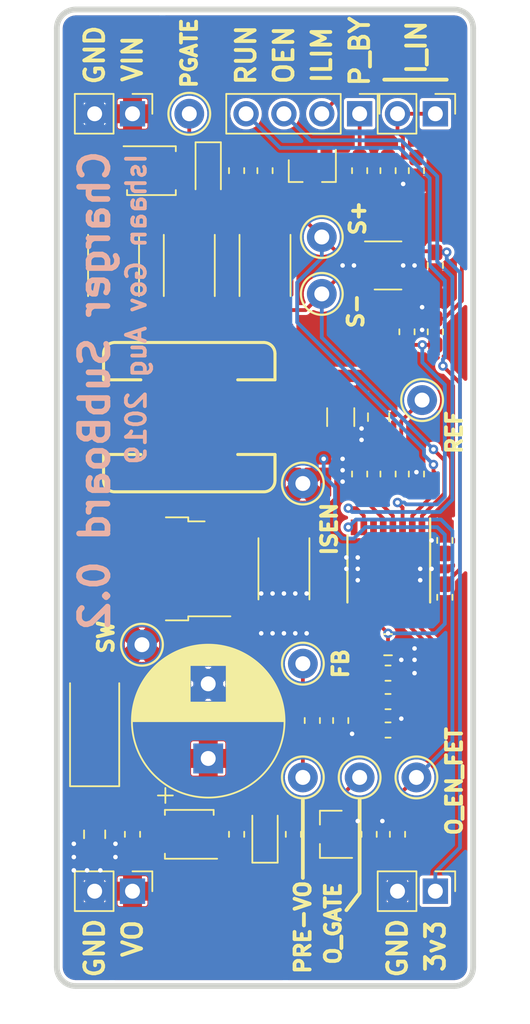
<source format=kicad_pcb>
(kicad_pcb (version 20171130) (host pcbnew "(5.1.2)-2")
  (layers (0 F.Cu signal) (31 B.Cu signal) (34 B.Paste user) (35 F.Paste user) (36 B.SilkS user) (37 F.SilkS user) (38 B.Mask user) (39 F.Mask user) (44 Edge.Cuts user))
  (net 0 "")
  (net 1 GND)
  (net 2 +3V3)
  (net 3 "Net-(C6-Pad1)")
  (net 4 "Net-(C10-Pad1)")
  (net 5 "Net-(D1-Pad2)")
  (net 6 "Net-(D3-Pad2)")
  (net 7 "Net-(NT1-Pad2)")
  (net 8 "Net-(NT1-Pad1)")
  (net 9 "Net-(Q1-Pad3)")
  (net 10 "Net-(Q3-Pad1)")
  (net 11 "Net-(Q4-Pad3)")
  (net 12 "Net-(Q4-Pad1)")
  (net 13 "Net-(R1-Pad1)")
  (net 14 "Net-(R4-Pad2)")
  (net 15 "Net-(R7-Pad1)")
  (net 16 "Net-(R10-Pad2)")
  (net 17 "Net-(R10-Pad1)")
  (net 18 "Net-(R13-Pad2)")
  (net 19 "Net-(R15-Pad1)")
  (net 20 "Net-(R16-Pad2)")
  (net 21 "Net-(R20-Pad1)")
  (net 22 /VIN)
  (net 23 /PRE_VOUT)
  (net 24 /PRE_VIN)
  (net 25 /SW)
  (net 26 /VOUT)
  (net 27 /PRE_SH)
  (net 28 "Net-(C11-Pad1)")
  (net 29 /I_IN)
  (net 30 /RUN)
  (net 31 /OUT_EN)
  (net 32 /ILIM)
  (net 33 /PRE)
  (module Resistor_SMD:R_0603_1608Metric_Pad1.05x0.95mm_HandSolder (layer F.Cu) (at 163.83 70.485 90)
    (fp_text reference R21 hide)
    (fp_text value 10K hide)
    (pad 2 smd roundrect (at 0.875 0 90) (size 1.05 0.95) (layers F.Cu F.Paste F.Mask) (net 32 /ILIM))
    (pad 1 smd roundrect (at -0.875 0 90) (size 1.05 0.95) (layers F.Cu F.Paste F.Mask) (net 28 "Net-(C11-Pad1)"))
  )
  (module Capacitor_SMD:C_0603_1608Metric_Pad1.05x0.95mm_HandSolder (layer F.Cu) (at 161.925 70.485 90)
    (fp_text reference C11 hide)
    (fp_text value 10n hide)
    (pad 2 smd roundrect (at 0.875 0 90) (size 1.05 0.95) (layers F.Cu F.Paste F.Mask) (net 1 GND))
    (pad 1 smd roundrect (at -0.875 0 90) (size 1.05 0.95) (layers F.Cu F.Paste F.Mask) (net 28 "Net-(C11-Pad1)"))
  )
  (module Inductor_SMD:l_Sumida_104CDM (layer F.Cu) (at 147.32 76.2 180)
    (fp_text reference L1 hide)
    (fp_text value 22uH hide)
    (pad 2 smd roundrect (at 5.45 0 180) (size 5.5 4.1) (layers F.Cu F.Paste F.Mask) (roundrect_rratio 0.122) (net 25 /SW))
    (pad 1 smd roundrect (at -5.45 0 180) (size 5.5 4.1) (layers F.Cu F.Paste F.Mask) (roundrect_rratio 0.122) (net 22 /VIN))
  )
  (module Capacitor_THT:CP_Radial_D10.0mm_P5.00mm (layer F.Cu) (at 148.59 99.06 90)
    (fp_text reference C7 hide)
    (fp_text value 47u hide)
    (pad 2 thru_hole circle (at 5 0 90) (size 2 2) (drill 1) (layers *.Cu *.Mask) (net 1 GND))
    (pad 1 thru_hole rect (at 0 0 90) (size 2 2) (drill 1) (layers *.Cu *.Mask) (net 23 /PRE_VOUT))
  )
  (module Package_SO:TSSOP-16-1EP_4.4x5mm_P0.65mm (layer F.Cu) (at 160.655 86.36 270)
    (fp_text reference U2 hide)
    (fp_text value LTC3783 hide)
    (pad 17 smd rect (at -0.735 -1.3425 270) (size 1.47 0.895) (layers F.Cu F.Paste F.Mask) (net 1 GND))
    (pad 17 smd rect (at -0.735 -0.4475 270) (size 1.47 0.895) (layers F.Cu F.Paste F.Mask) (net 1 GND))
    (pad 17 smd rect (at -0.735 0.4475 270) (size 1.47 0.895) (layers F.Cu F.Paste F.Mask) (net 1 GND))
    (pad 17 smd rect (at -0.735 1.3425 270) (size 1.47 0.895) (layers F.Cu F.Paste F.Mask) (net 1 GND))
    (pad 17 smd rect (at 0.735 -1.3425 270) (size 1.47 0.895) (layers F.Cu F.Paste F.Mask) (net 1 GND))
    (pad 17 smd rect (at 0.735 -0.4475 270) (size 1.47 0.895) (layers F.Cu F.Paste F.Mask) (net 1 GND))
    (pad 17 smd rect (at 0.735 0.4475 270) (size 1.47 0.895) (layers F.Cu F.Paste F.Mask) (net 1 GND))
    (pad 17 smd rect (at 0.735 1.3425 270) (size 1.47 0.895) (layers F.Cu F.Paste F.Mask) (net 1 GND))
    (pad 16 smd rect (at 2.775 -2.275 270) (size 1.05 0.45) (layers F.Cu F.Paste F.Mask) (net 30 /RUN))
    (pad 15 smd rect (at 2.775 -1.625 270) (size 1.05 0.45) (layers F.Cu F.Paste F.Mask) (net 21 "Net-(R20-Pad1)"))
    (pad 14 smd rect (at 2.775 -0.975 270) (size 1.05 0.45) (layers F.Cu F.Paste F.Mask) (net 18 "Net-(R13-Pad2)"))
    (pad 13 smd rect (at 2.775 -0.325 270) (size 1.05 0.45) (layers F.Cu F.Paste F.Mask))
    (pad 12 smd rect (at 2.775 0.325 270) (size 1.05 0.45) (layers F.Cu F.Paste F.Mask) (net 8 "Net-(NT1-Pad1)"))
    (pad 11 smd rect (at 2.775 0.975 270) (size 1.05 0.45) (layers F.Cu F.Paste F.Mask) (net 22 /VIN))
    (pad 10 smd rect (at 2.775 1.625 270) (size 1.05 0.45) (layers F.Cu F.Paste F.Mask) (net 3 "Net-(C6-Pad1)"))
    (pad 9 smd rect (at 2.775 2.275 270) (size 1.05 0.45) (layers F.Cu F.Paste F.Mask) (net 10 "Net-(Q3-Pad1)"))
    (pad 8 smd rect (at -2.775 2.275 270) (size 1.05 0.45) (layers F.Cu F.Paste F.Mask) (net 20 "Net-(R16-Pad2)"))
    (pad 7 smd rect (at -2.775 1.625 270) (size 1.05 0.45) (layers F.Cu F.Paste F.Mask) (net 31 /OUT_EN))
    (pad 6 smd rect (at -2.775 0.975 270) (size 1.05 0.45) (layers F.Cu F.Paste F.Mask))
    (pad 5 smd rect (at -2.775 0.325 270) (size 1.05 0.45) (layers F.Cu F.Paste F.Mask) (net 17 "Net-(R10-Pad1)"))
    (pad 4 smd rect (at -2.775 -0.325 270) (size 1.05 0.45) (layers F.Cu F.Paste F.Mask) (net 19 "Net-(R15-Pad1)"))
    (pad 3 smd rect (at -2.775 -0.975 270) (size 1.05 0.45) (layers F.Cu F.Paste F.Mask) (net 28 "Net-(C11-Pad1)"))
    (pad 2 smd rect (at -2.775 -1.625 270) (size 1.05 0.45) (layers F.Cu F.Paste F.Mask) (net 27 /PRE_SH))
    (pad 1 smd rect (at -2.775 -2.275 270) (size 1.05 0.45) (layers F.Cu F.Paste F.Mask) (net 22 /VIN))
  )
  (module Package_TO_SOT_SMD:SOT-23-5_HandSoldering (layer F.Cu) (at 160.655 66.04)
    (fp_text reference U1 hide)
    (fp_text value INA180B hide)
    (pad 5 smd rect (at 1.35 -0.95) (size 1.56 0.65) (layers F.Cu F.Paste F.Mask) (net 2 +3V3))
    (pad 4 smd rect (at 1.35 0.95) (size 1.56 0.65) (layers F.Cu F.Paste F.Mask) (net 13 "Net-(R1-Pad1)"))
    (pad 3 smd rect (at -1.35 0.95) (size 1.56 0.65) (layers F.Cu F.Paste F.Mask) (net 22 /VIN))
    (pad 2 smd rect (at -1.35 0) (size 1.56 0.65) (layers F.Cu F.Paste F.Mask) (net 1 GND))
    (pad 1 smd rect (at -1.35 -0.95) (size 1.56 0.65) (layers F.Cu F.Paste F.Mask) (net 27 /PRE_SH))
  )
  (module TestPoint:TestPoint_Keystone_5000-5004_Miniature (layer F.Cu) (at 158.75 100.33)
    (fp_text reference TP10 hide)
    (fp_text value TestPoint_Probe hide)
    (pad 1 thru_hole circle (at 0 0) (size 2 2) (drill 1) (layers *.Cu *.Mask) (net 6 "Net-(D3-Pad2)"))
  )
  (module TestPoint:TestPoint_Keystone_5000-5004_Miniature (layer F.Cu) (at 162.941 75.057)
    (fp_text reference TP9 hide)
    (fp_text value TestPoint_Probe hide)
    (pad 1 thru_hole circle (at 0 0) (size 2 2) (drill 1) (layers *.Cu *.Mask) (net 19 "Net-(R15-Pad1)"))
  )
  (module TestPoint:TestPoint_Keystone_5000-5004_Miniature (layer F.Cu) (at 154.94 100.33)
    (fp_text reference TP8 hide)
    (fp_text value TestPoint_Probe hide)
    (pad 1 thru_hole circle (at 0 0) (size 2 2) (drill 1) (layers *.Cu *.Mask) (net 23 /PRE_VOUT))
  )
  (module TestPoint:TestPoint_Keystone_5000-5004_Miniature (layer F.Cu) (at 162.56 100.33)
    (fp_text reference TP7 hide)
    (fp_text value TestPoint_Probe hide)
    (pad 1 thru_hole circle (at 0 0) (size 2 2) (drill 1) (layers *.Cu *.Mask) (net 20 "Net-(R16-Pad2)"))
  )
  (module TestPoint:TestPoint_Keystone_5000-5004_Miniature (layer F.Cu) (at 154.94 92.71)
    (fp_text reference TP6 hide)
    (fp_text value TestPoint_Probe hide)
    (pad 1 thru_hole circle (at 0 0) (size 2 2) (drill 1) (layers *.Cu *.Mask) (net 18 "Net-(R13-Pad2)"))
  )
  (module TestPoint:TestPoint_Keystone_5000-5004_Miniature (layer F.Cu) (at 154.94 80.645)
    (fp_text reference TP5 hide)
    (fp_text value TestPoint_Probe hide)
    (pad 1 thru_hole circle (at 0 0) (size 2 2) (drill 1) (layers *.Cu *.Mask) (net 7 "Net-(NT1-Pad2)"))
  )
  (module TestPoint:TestPoint_Keystone_5000-5004_Miniature (layer F.Cu) (at 144.145 91.44)
    (fp_text reference TP4 hide)
    (fp_text value TestPoint_Probe hide)
    (pad 1 thru_hole circle (at 0 0) (size 2 2) (drill 1) (layers *.Cu *.Mask) (net 25 /SW))
  )
  (module TestPoint:TestPoint_Keystone_5000-5004_Miniature (layer F.Cu) (at 156.21 67.945)
    (fp_text reference TP3 hide)
    (fp_text value TestPoint_Probe hide)
    (pad 1 thru_hole circle (at 0 0) (size 2 2) (drill 1) (layers *.Cu *.Mask) (net 22 /VIN))
  )
  (module TestPoint:TestPoint_Keystone_5000-5004_Miniature (layer F.Cu) (at 156.21 64.135)
    (fp_text reference TP2 hide)
    (fp_text value TestPoint_Probe hide)
    (pad 1 thru_hole circle (at 0 0) (size 2 2) (drill 1) (layers *.Cu *.Mask) (net 27 /PRE_SH))
  )
  (module TestPoint:TestPoint_Keystone_5000-5004_Miniature (layer F.Cu) (at 147.32 55.88)
    (fp_text reference TP1 hide)
    (fp_text value TestPoint_Probe hide)
    (pad 1 thru_hole circle (at 0 0) (size 2 2) (drill 1) (layers *.Cu *.Mask) (net 5 "Net-(D1-Pad2)"))
  )
  (module Resistor_SMD:R_0603_1608Metric_Pad1.05x0.95mm_HandSolder (layer F.Cu) (at 160.655 95.25 180)
    (fp_text reference R20 hide)
    (fp_text value 1K hide)
    (pad 2 smd roundrect (at 0.875 0 180) (size 1.05 0.95) (layers F.Cu F.Paste F.Mask) (net 4 "Net-(C10-Pad1)"))
    (pad 1 smd roundrect (at -0.875 0 180) (size 1.05 0.95) (layers F.Cu F.Paste F.Mask) (net 21 "Net-(R20-Pad1)"))
  )
  (module Resistor_SMD:R_0603_1608Metric_Pad1.05x0.95mm_HandSolder (layer F.Cu) (at 150.495 104.14 90)
    (fp_text reference R19 hide)
    (fp_text value 240K hide)
    (pad 2 smd roundrect (at 0.875 0 90) (size 1.05 0.95) (layers F.Cu F.Paste F.Mask) (net 6 "Net-(D3-Pad2)"))
    (pad 1 smd roundrect (at -0.875 0 90) (size 1.05 0.95) (layers F.Cu F.Paste F.Mask) (net 26 /VOUT))
  )
  (module Resistor_SMD:R_0603_1608Metric_Pad1.05x0.95mm_HandSolder (layer F.Cu) (at 154.305 104.14 270)
    (fp_text reference R18 hide)
    (fp_text value 1K hide)
    (pad 2 smd roundrect (at 0.875 0 270) (size 1.05 0.95) (layers F.Cu F.Paste F.Mask) (net 11 "Net-(Q4-Pad3)"))
    (pad 1 smd roundrect (at -0.875 0 270) (size 1.05 0.95) (layers F.Cu F.Paste F.Mask) (net 6 "Net-(D3-Pad2)"))
  )
  (module Resistor_SMD:R_0603_1608Metric_Pad1.05x0.95mm_HandSolder (layer F.Cu) (at 159.385 104.14 270)
    (fp_text reference R17 hide)
    (fp_text value 33K hide)
    (pad 2 smd roundrect (at 0.875 0 270) (size 1.05 0.95) (layers F.Cu F.Paste F.Mask) (net 12 "Net-(Q4-Pad1)"))
    (pad 1 smd roundrect (at -0.875 0 270) (size 1.05 0.95) (layers F.Cu F.Paste F.Mask) (net 1 GND))
  )
  (module Resistor_SMD:R_0603_1608Metric_Pad1.05x0.95mm_HandSolder (layer F.Cu) (at 161.29 104.14 90)
    (fp_text reference R16 hide)
    (fp_text value 33K hide)
    (pad 2 smd roundrect (at 0.875 0 90) (size 1.05 0.95) (layers F.Cu F.Paste F.Mask) (net 20 "Net-(R16-Pad2)"))
    (pad 1 smd roundrect (at -0.875 0 90) (size 1.05 0.95) (layers F.Cu F.Paste F.Mask) (net 12 "Net-(Q4-Pad1)"))
  )
  (module Resistor_SMD:R_0603_1608Metric_Pad1.05x0.95mm_HandSolder (layer F.Cu) (at 164.465 84.455 90)
    (fp_text reference R15 hide)
    (fp_text value 10K hide)
    (pad 2 smd roundrect (at 0.875 0 90) (size 1.05 0.95) (layers F.Cu F.Paste F.Mask) (net 1 GND))
    (pad 1 smd roundrect (at -0.875 0 90) (size 1.05 0.95) (layers F.Cu F.Paste F.Mask) (net 19 "Net-(R15-Pad1)"))
  )
  (module Resistor_SMD:R_0603_1608Metric_Pad1.05x0.95mm_HandSolder (layer F.Cu) (at 157.48 96.52 270)
    (fp_text reference R14 hide)
    (fp_text value 10K hide)
    (pad 2 smd roundrect (at 0.875 0 270) (size 1.05 0.95) (layers F.Cu F.Paste F.Mask) (net 1 GND))
    (pad 1 smd roundrect (at -0.875 0 270) (size 1.05 0.95) (layers F.Cu F.Paste F.Mask) (net 18 "Net-(R13-Pad2)"))
  )
  (module Resistor_SMD:R_0603_1608Metric_Pad1.05x0.95mm_HandSolder (layer F.Cu) (at 155.575 96.52 90)
    (fp_text reference R13 hide)
    (fp_text value 33K hide)
    (pad 2 smd roundrect (at 0.875 0 90) (size 1.05 0.95) (layers F.Cu F.Paste F.Mask) (net 18 "Net-(R13-Pad2)"))
    (pad 1 smd roundrect (at -0.875 0 90) (size 1.05 0.95) (layers F.Cu F.Paste F.Mask) (net 23 /PRE_VOUT))
  )
  (module Resistor_SMD:R_2512_6332Metric_Pad1.52x3.35mm_HandSolder (layer F.Cu) (at 153.67 86.36 90)
    (fp_text reference R12 hide)
    (fp_text value "20mR 3/4W" hide)
    (pad 2 smd roundrect (at 2.9875 0 90) (size 1.525 3.35) (layers F.Cu F.Paste F.Mask) (roundrect_rratio 0.163934) (net 7 "Net-(NT1-Pad2)"))
    (pad 1 smd roundrect (at -2.9875 0 90) (size 1.525 3.35) (layers F.Cu F.Paste F.Mask) (roundrect_rratio 0.163934) (net 1 GND))
  )
  (module Resistor_SMD:R_0603_1608Metric_Pad1.05x0.95mm_HandSolder (layer F.Cu) (at 164.465 88.265 270)
    (fp_text reference R11 hide)
    (fp_text value 10K hide)
    (pad 2 smd roundrect (at 0.875 0 270) (size 1.05 0.95) (layers F.Cu F.Paste F.Mask) (net 1 GND))
    (pad 1 smd roundrect (at -0.875 0 270) (size 1.05 0.95) (layers F.Cu F.Paste F.Mask) (net 30 /RUN))
  )
  (module Resistor_SMD:R_0603_1608Metric_Pad1.05x0.95mm_HandSolder (layer F.Cu) (at 158.75 80.01 90)
    (fp_text reference R10 hide)
    (fp_text value 10K hide)
    (pad 2 smd roundrect (at 0.875 0 90) (size 1.05 0.95) (layers F.Cu F.Paste F.Mask) (net 16 "Net-(R10-Pad2)"))
    (pad 1 smd roundrect (at -0.875 0 90) (size 1.05 0.95) (layers F.Cu F.Paste F.Mask) (net 17 "Net-(R10-Pad1)"))
  )
  (module Resistor_SMD:R_2512_6332Metric_Pad1.52x3.35mm_HandSolder (layer F.Cu) (at 152.4 66.04 90)
    (fp_text reference R9 hide)
    (fp_text value "20mR 3/4W" hide)
    (pad 2 smd roundrect (at 2.9875 0 90) (size 1.525 3.35) (layers F.Cu F.Paste F.Mask) (roundrect_rratio 0.163934) (net 27 /PRE_SH))
    (pad 1 smd roundrect (at -2.9875 0 90) (size 1.525 3.35) (layers F.Cu F.Paste F.Mask) (roundrect_rratio 0.163934) (net 22 /VIN))
  )
  (module Resistor_SMD:R_0603_1608Metric_Pad1.05x0.95mm_HandSolder (layer F.Cu) (at 160.655 80.01 90)
    (fp_text reference R8 hide)
    (fp_text value 1K hide)
    (pad 2 smd roundrect (at 0.875 0 90) (size 1.05 0.95) (layers F.Cu F.Paste F.Mask) (net 16 "Net-(R10-Pad2)"))
    (pad 1 smd roundrect (at -0.875 0 90) (size 1.05 0.95) (layers F.Cu F.Paste F.Mask) (net 15 "Net-(R7-Pad1)"))
  )
  (module Resistor_SMD:R_0603_1608Metric_Pad1.05x0.95mm_HandSolder (layer F.Cu) (at 162.56 80.01 90)
    (fp_text reference R7 hide)
    (fp_text value 390 hide)
    (pad 2 smd roundrect (at 0.875 0 90) (size 1.05 0.95) (layers F.Cu F.Paste F.Mask) (net 1 GND))
    (pad 1 smd roundrect (at -0.875 0 90) (size 1.05 0.95) (layers F.Cu F.Paste F.Mask) (net 15 "Net-(R7-Pad1)"))
  )
  (module Resistor_SMD:R_2512_6332Metric_Pad1.52x3.35mm_HandSolder (layer F.Cu) (at 147.32 66.04 90)
    (fp_text reference R6 hide)
    (fp_text value "200R 1W" hide)
    (pad 2 smd roundrect (at 2.9875 0 90) (size 1.525 3.35) (layers F.Cu F.Paste F.Mask) (roundrect_rratio 0.163934) (net 27 /PRE_SH))
    (pad 1 smd roundrect (at -2.9875 0 90) (size 1.525 3.35) (layers F.Cu F.Paste F.Mask) (roundrect_rratio 0.163934) (net 14 "Net-(R4-Pad2)"))
  )
  (module Resistor_SMD:R_0603_1608Metric_Pad1.05x0.95mm_HandSolder (layer F.Cu) (at 152.4 59.69 90)
    (fp_text reference R5 hide)
    (fp_text value 1K hide)
    (pad 2 smd roundrect (at 0.875 0 90) (size 1.05 0.95) (layers F.Cu F.Paste F.Mask) (net 9 "Net-(Q1-Pad3)"))
    (pad 1 smd roundrect (at -0.875 0 90) (size 1.05 0.95) (layers F.Cu F.Paste F.Mask) (net 5 "Net-(D1-Pad2)"))
  )
  (module Resistor_SMD:R_2512_6332Metric_Pad1.52x3.35mm_HandSolder (layer F.Cu) (at 142.24 66.04 270)
    (fp_text reference R4 hide)
    (fp_text value "200R 1W" hide)
    (pad 2 smd roundrect (at 2.9875 0 270) (size 1.525 3.35) (layers F.Cu F.Paste F.Mask) (roundrect_rratio 0.163934) (net 14 "Net-(R4-Pad2)"))
    (pad 1 smd roundrect (at -2.9875 0 270) (size 1.525 3.35) (layers F.Cu F.Paste F.Mask) (roundrect_rratio 0.163934) (net 24 /PRE_VIN))
  )
  (module Resistor_SMD:R_0603_1608Metric_Pad1.05x0.95mm_HandSolder (layer F.Cu) (at 158.75 59.69 270)
    (fp_text reference R3 hide)
    (fp_text value 10K hide)
    (pad 2 smd roundrect (at 0.875 0 270) (size 1.05 0.95) (layers F.Cu F.Paste F.Mask) (net 1 GND))
    (pad 1 smd roundrect (at -0.875 0 270) (size 1.05 0.95) (layers F.Cu F.Paste F.Mask) (net 33 /PRE))
  )
  (module Resistor_SMD:R_0603_1608Metric_Pad1.05x0.95mm_HandSolder (layer F.Cu) (at 150.495 59.69 90)
    (fp_text reference R2 hide)
    (fp_text value 240K hide)
    (pad 2 smd roundrect (at 0.875 0 90) (size 1.05 0.95) (layers F.Cu F.Paste F.Mask) (net 24 /PRE_VIN))
    (pad 1 smd roundrect (at -0.875 0 90) (size 1.05 0.95) (layers F.Cu F.Paste F.Mask) (net 5 "Net-(D1-Pad2)"))
  )
  (module Resistor_SMD:R_0603_1608Metric_Pad1.05x0.95mm_HandSolder (layer F.Cu) (at 160.655 59.69 90)
    (fp_text reference R1 hide)
    (fp_text value 1K hide)
    (pad 2 smd roundrect (at 0.875 0 90) (size 1.05 0.95) (layers F.Cu F.Paste F.Mask) (net 29 /I_IN))
    (pad 1 smd roundrect (at -0.875 0 90) (size 1.05 0.95) (layers F.Cu F.Paste F.Mask) (net 13 "Net-(R1-Pad1)"))
  )
  (module Package_SO:Vishay_PowerPAK_1212-8_Single (layer F.Cu) (at 147.32 104.14 180)
    (fp_text reference Q5 hide)
    (fp_text value SQJ479EP hide)
    (pad 5 smd custom (at 0.5575 0 180) (size 1.725 2.235) (layers F.Cu F.Paste F.Mask) (net 23 /PRE_VOUT) (options (clearance outline) (anchor rect)) (primitives (gr_poly (pts (xy 0.8625 0.1275) (xy 0.8625 -0.1275) (xy 1.3725 -0.1275) (xy 1.3725 -0.5325) (xy 0.8625 -0.5325) (xy 0.8625 -0.7875) (xy 1.3725 -0.7875) (xy 1.3725 -1.195) (xy 0.6125 -1.195) (xy 0.6125 1.195) (xy 1.3725 1.195) (xy 1.3725 0.7875) (xy 0.8625 0.7875) (xy 0.8625 0.5325) (xy 1.3725 0.5325) (xy 1.3725 0.1275)) (width 0))))
    (pad 4 smd rect (at -1.435 0.99 180) (size 0.99 0.405) (layers F.Cu F.Paste F.Mask) (net 6 "Net-(D3-Pad2)"))
    (pad 3 smd rect (at -1.435 0.33 180) (size 0.99 0.405) (layers F.Cu F.Paste F.Mask) (net 26 /VOUT))
    (pad 2 smd rect (at -1.435 -0.33 180) (size 0.99 0.405) (layers F.Cu F.Paste F.Mask) (net 26 /VOUT))
    (pad 1 smd rect (at -1.435 -0.99 180) (size 0.99 0.405) (layers F.Cu F.Paste F.Mask) (net 26 /VOUT))
  )
  (module Package_TO_SOT_SMD:SOT-23 (layer F.Cu) (at 156.845 104.14 180)
    (fp_text reference Q4 hide)
    (fp_text value RUC002N05HZGT116 hide)
    (pad 3 smd rect (at 1 0 180) (size 0.9 0.8) (layers F.Cu F.Paste F.Mask) (net 11 "Net-(Q4-Pad3)"))
    (pad 2 smd rect (at -1 0.95 180) (size 0.9 0.8) (layers F.Cu F.Paste F.Mask) (net 1 GND))
    (pad 1 smd rect (at -1 -0.95 180) (size 0.9 0.8) (layers F.Cu F.Paste F.Mask) (net 12 "Net-(Q4-Pad1)"))
  )
  (module Package_TO_SOT_SMD:TO-252-2 (layer F.Cu) (at 144.78 86.36 180)
    (fp_text reference Q3 hide)
    (fp_text value TK7S10N1Z hide)
    (pad 2 smd rect (at 2.1 0 180) (size 6.4 5.8) (layers F.Cu F.Mask) (net 25 /SW))
    (pad 3 smd rect (at -4.2 2.28 180) (size 2.2 1.2) (layers F.Cu F.Paste F.Mask) (net 7 "Net-(NT1-Pad2)"))
    (pad 1 smd rect (at -4.2 -2.28 180) (size 2.2 1.2) (layers F.Cu F.Paste F.Mask) (net 10 "Net-(Q3-Pad1)"))
  )
  (module Package_SO:Vishay_PowerPAK_1212-8_Single (layer F.Cu) (at 144.78 59.69)
    (fp_text reference Q2 hide)
    (fp_text value SQJ479EP hide)
    (pad 5 smd custom (at 0.5575 0) (size 1.725 2.235) (layers F.Cu F.Paste F.Mask) (net 27 /PRE_SH) (options (clearance outline) (anchor rect)) (primitives (gr_poly (pts (xy 0.8625 0.1275) (xy 0.8625 -0.1275) (xy 1.3725 -0.1275) (xy 1.3725 -0.5325) (xy 0.8625 -0.5325) (xy 0.8625 -0.7875) (xy 1.3725 -0.7875) (xy 1.3725 -1.195) (xy 0.6125 -1.195) (xy 0.6125 1.195) (xy 1.3725 1.195) (xy 1.3725 0.7875) (xy 0.8625 0.7875) (xy 0.8625 0.5325) (xy 1.3725 0.5325) (xy 1.3725 0.1275)) (width 0))))
    (pad 4 smd rect (at -1.435 0.99) (size 0.99 0.405) (layers F.Cu F.Paste F.Mask) (net 5 "Net-(D1-Pad2)"))
    (pad 3 smd rect (at -1.435 0.33) (size 0.99 0.405) (layers F.Cu F.Paste F.Mask) (net 24 /PRE_VIN))
    (pad 2 smd rect (at -1.435 -0.33) (size 0.99 0.405) (layers F.Cu F.Paste F.Mask) (net 24 /PRE_VIN))
    (pad 1 smd rect (at -1.435 -0.99) (size 0.99 0.405) (layers F.Cu F.Paste F.Mask) (net 24 /PRE_VIN))
  )
  (module Package_TO_SOT_SMD:SOT-23 (layer F.Cu) (at 155.575 59.69 270)
    (fp_text reference Q1 hide)
    (fp_text value RUC002N05HZGT116 hide)
    (pad 3 smd rect (at 1 0 270) (size 0.9 0.8) (layers F.Cu F.Paste F.Mask) (net 9 "Net-(Q1-Pad3)"))
    (pad 2 smd rect (at -1 0.95 270) (size 0.9 0.8) (layers F.Cu F.Paste F.Mask) (net 1 GND))
    (pad 1 smd rect (at -1 -0.95 270) (size 0.9 0.8) (layers F.Cu F.Paste F.Mask) (net 33 /PRE))
  )
  (module NetTie:NetTie-2_SMD_Pad0.5mm (layer F.Cu) (at 156.083 84.328 90)
    (fp_text reference NT1 hide)
    (fp_text value Net-Tie_2 hide)
    (fp_poly (pts (xy -0.5 -0.25) (xy 0.5 -0.25) (xy 0.5 0.25) (xy -0.5 0.25)) (layer F.Cu) (width 0))
    (pad 2 smd circle (at 0.5 0 90) (size 0.5 0.5) (layers F.Cu) (net 7 "Net-(NT1-Pad2)"))
    (pad 1 smd circle (at -0.5 0 90) (size 0.5 0.5) (layers F.Cu) (net 8 "Net-(NT1-Pad1)"))
  )
  (module Connector_PinHeader_2.54mm:PinHeader_1x02_P2.54mm_Vertical (layer F.Cu) (at 163.83 107.95 270)
    (fp_text reference J5 hide)
    (fp_text value Conn_01x02 hide)
    (pad 2 thru_hole oval (at 0 2.54 270) (size 1.7 1.7) (drill 1) (layers *.Cu *.Mask) (net 1 GND))
    (pad 1 thru_hole rect (at 0 0 270) (size 1.7 1.7) (drill 1) (layers *.Cu *.Mask) (net 2 +3V3))
  )
  (module Connector_PinHeader_2.54mm:PinHeader_1x02_P2.54mm_Vertical (layer F.Cu) (at 143.51 107.95 270)
    (fp_text reference J4 hide)
    (fp_text value Conn_01x02 hide)
    (pad 2 thru_hole oval (at 0 2.54 270) (size 1.7 1.7) (drill 1) (layers *.Cu *.Mask) (net 1 GND))
    (pad 1 thru_hole rect (at 0 0 270) (size 1.7 1.7) (drill 1) (layers *.Cu *.Mask) (net 26 /VOUT))
  )
  (module Connector_PinHeader_2.54mm:PinHeader_1x04_P2.54mm_Vertical (layer F.Cu) (at 158.75 55.88 270)
    (fp_text reference J3 hide)
    (fp_text value Conn_01x04 hide)
    (pad 4 thru_hole oval (at 0 7.62 270) (size 1.7 1.7) (drill 1) (layers *.Cu *.Mask) (net 30 /RUN))
    (pad 3 thru_hole oval (at 0 5.08 270) (size 1.7 1.7) (drill 1) (layers *.Cu *.Mask) (net 31 /OUT_EN))
    (pad 2 thru_hole oval (at 0 2.54 270) (size 1.7 1.7) (drill 1) (layers *.Cu *.Mask) (net 32 /ILIM))
    (pad 1 thru_hole rect (at 0 0 270) (size 1.7 1.7) (drill 1) (layers *.Cu *.Mask) (net 33 /PRE))
  )
  (module Connector_PinHeader_2.54mm:PinHeader_1x02_P2.54mm_Vertical (layer F.Cu) (at 143.51 55.88 270)
    (fp_text reference J2 hide)
    (fp_text value Conn_01x02 hide)
    (pad 2 thru_hole oval (at 0 2.54 270) (size 1.7 1.7) (drill 1) (layers *.Cu *.Mask) (net 1 GND))
    (pad 1 thru_hole rect (at 0 0 270) (size 1.7 1.7) (drill 1) (layers *.Cu *.Mask) (net 24 /PRE_VIN))
  )
  (module Connector_PinHeader_2.54mm:PinHeader_1x02_P2.54mm_Vertical (layer F.Cu) (at 163.83 55.88 270)
    (fp_text reference J1 hide)
    (fp_text value Conn_01x02 hide)
    (pad 2 thru_hole oval (at 0 2.54 270) (size 1.7 1.7) (drill 1) (layers *.Cu *.Mask) (net 29 /I_IN))
    (pad 1 thru_hole rect (at 0 0 270) (size 1.7 1.7) (drill 1) (layers *.Cu *.Mask) (net 29 /I_IN))
  )
  (module Diode_SMD:D_SOD-323_HandSoldering (layer F.Cu) (at 152.4 104.14 90)
    (fp_text reference D3 hide)
    (fp_text value 12V hide)
    (pad 2 smd rect (at 1.25 0 90) (size 1 1) (layers F.Cu F.Paste F.Mask) (net 6 "Net-(D3-Pad2)"))
    (pad 1 smd rect (at -1.25 0 90) (size 1 1) (layers F.Cu F.Paste F.Mask) (net 26 /VOUT))
  )
  (module Diode_SMD:D_SMA_Handsoldering (layer F.Cu) (at 140.97 96.52 90)
    (fp_text reference D2 hide)
    (fp_text value "5A >50V" hide)
    (pad 2 smd rect (at 2.5 0 90) (size 3.5 1.8) (layers F.Cu F.Paste F.Mask) (net 25 /SW))
    (pad 1 smd rect (at -2.5 0 90) (size 3.5 1.8) (layers F.Cu F.Paste F.Mask) (net 23 /PRE_VOUT))
  )
  (module Diode_SMD:D_SOD-323_HandSoldering (layer F.Cu) (at 148.59 59.69 270)
    (fp_text reference D1 hide)
    (fp_text value 12V hide)
    (pad 2 smd rect (at 1.25 0 270) (size 1 1) (layers F.Cu F.Paste F.Mask) (net 5 "Net-(D1-Pad2)"))
    (pad 1 smd rect (at -1.25 0 270) (size 1 1) (layers F.Cu F.Paste F.Mask) (net 24 /PRE_VIN))
  )
  (module Capacitor_SMD:C_0603_1608Metric_Pad1.05x0.95mm_HandSolder (layer F.Cu) (at 160.655 97.155)
    (fp_text reference C10 hide)
    (fp_text value 10n hide)
    (pad 2 smd roundrect (at 0.875 0) (size 1.05 0.95) (layers F.Cu F.Paste F.Mask) (net 1 GND))
    (pad 1 smd roundrect (at -0.875 0) (size 1.05 0.95) (layers F.Cu F.Paste F.Mask) (net 4 "Net-(C10-Pad1)"))
  )
  (module Capacitor_SMD:C_0603_1608Metric_Pad1.05x0.95mm_HandSolder (layer F.Cu) (at 143.51 104.14 270)
    (fp_text reference C9 hide)
    (fp_text value 10n hide)
    (pad 2 smd roundrect (at 0.875 0 270) (size 1.05 0.95) (layers F.Cu F.Paste F.Mask) (net 1 GND))
    (pad 1 smd roundrect (at -0.875 0 270) (size 1.05 0.95) (layers F.Cu F.Paste F.Mask) (net 23 /PRE_VOUT))
  )
  (module Capacitor_SMD:C_0805_2012Metric_Pad1.15x1.40mm_HandSolder (layer F.Cu) (at 140.97 104.14 270)
    (fp_text reference C8 hide)
    (fp_text value 1u hide)
    (pad 2 smd roundrect (at 1.025 0 270) (size 1.15 1.4) (layers F.Cu F.Paste F.Mask) (roundrect_rratio 0.217391) (net 1 GND))
    (pad 1 smd roundrect (at -1.025 0 270) (size 1.15 1.4) (layers F.Cu F.Paste F.Mask) (roundrect_rratio 0.217391) (net 23 /PRE_VOUT))
  )
  (module Capacitor_SMD:C_0805_2012Metric_Pad1.15x1.40mm_HandSolder (layer F.Cu) (at 160.655 91.44)
    (fp_text reference C6 hide)
    (fp_text value 4u7 hide)
    (pad 2 smd roundrect (at 1.025 0) (size 1.15 1.4) (layers F.Cu F.Paste F.Mask) (roundrect_rratio 0.217391) (net 1 GND))
    (pad 1 smd roundrect (at -1.025 0) (size 1.15 1.4) (layers F.Cu F.Paste F.Mask) (roundrect_rratio 0.217391) (net 3 "Net-(C6-Pad1)"))
  )
  (module Capacitor_SMD:C_0805_2012Metric_Pad1.15x1.40mm_HandSolder (layer F.Cu) (at 160.02 76.2 270)
    (fp_text reference C5 hide)
    (fp_text value 1u hide)
    (pad 2 smd roundrect (at 1.025 0 270) (size 1.15 1.4) (layers F.Cu F.Paste F.Mask) (roundrect_rratio 0.217391) (net 1 GND))
    (pad 1 smd roundrect (at -1.025 0 270) (size 1.15 1.4) (layers F.Cu F.Paste F.Mask) (roundrect_rratio 0.217391) (net 22 /VIN))
  )
  (module Capacitor_SMD:C_0603_1608Metric_Pad1.05x0.95mm_HandSolder (layer F.Cu) (at 160.655 93.345)
    (fp_text reference C4 hide)
    (fp_text value 100n hide)
    (pad 2 smd roundrect (at 0.875 0) (size 1.05 0.95) (layers F.Cu F.Paste F.Mask) (net 1 GND))
    (pad 1 smd roundrect (at -0.875 0) (size 1.05 0.95) (layers F.Cu F.Paste F.Mask) (net 22 /VIN))
  )
  (module Capacitor_SMD:C_1206_3216Metric_Pad1.42x1.75mm_HandSolder (layer F.Cu) (at 157.48 76.2 270)
    (fp_text reference C3 hide)
    (fp_text value 10u hide)
    (pad 2 smd roundrect (at 1.4875 0 270) (size 1.425 1.75) (layers F.Cu F.Paste F.Mask) (roundrect_rratio 0.175439) (net 1 GND))
    (pad 1 smd roundrect (at -1.4875 0 270) (size 1.425 1.75) (layers F.Cu F.Paste F.Mask) (roundrect_rratio 0.175439) (net 22 /VIN))
  )
  (module Capacitor_SMD:C_0603_1608Metric_Pad1.05x0.95mm_HandSolder (layer F.Cu) (at 163.83 66.04 270)
    (fp_text reference C2 hide)
    (fp_text value 100n hide)
    (pad 2 smd roundrect (at 0.875 0 270) (size 1.05 0.95) (layers F.Cu F.Paste F.Mask) (net 1 GND))
    (pad 1 smd roundrect (at -0.875 0 270) (size 1.05 0.95) (layers F.Cu F.Paste F.Mask) (net 2 +3V3))
  )
  (module Capacitor_SMD:C_0603_1608Metric_Pad1.05x0.95mm_HandSolder (layer F.Cu) (at 162.56 59.69 270)
    (fp_text reference C1 hide)
    (fp_text value 100n hide)
    (pad 2 smd roundrect (at 0.875 0 270) (size 1.05 0.95) (layers F.Cu F.Paste F.Mask) (net 1 GND))
    (pad 1 smd roundrect (at -0.875 0 270) (size 1.05 0.95) (layers F.Cu F.Paste F.Mask) (net 29 /I_IN))
  )
  (gr_text "Ishaan Gov Aug 2019" (at 143.764 68.961 90) (layer B.SilkS) (effects (font (size 1.27 1.27) (thickness 0.254)) (justify mirror)))
  (gr_text "Charger SubBoard 0.2" (at 140.97 74.422 90) (layer B.SilkS) (effects (font (size 1.905 1.905) (thickness 0.381)) (justify mirror)))
  (gr_text "O_EN_FET\n" (at 165.1 100.584 90) (layer F.SilkS) (effects (font (size 1.016 1.016) (thickness 0.254))))
  (gr_line (start 158.75 108.077) (end 158.75 101.854) (layer F.SilkS) (width 0.254))
  (gr_line (start 157.861 109.22) (end 158.75 108.077) (layer F.SilkS) (width 0.254))
  (gr_line (start 154.94 107.061) (end 154.94 101.854) (layer F.SilkS) (width 0.254))
  (gr_text O_GATE (at 156.972 110.109 90) (layer F.SilkS) (effects (font (size 1.016 1.016) (thickness 0.254))))
  (gr_text PRE-VO (at 154.94 110.363 90) (layer F.SilkS) (effects (font (size 1.016 1.016) (thickness 0.254))))
  (gr_text SW (at 141.732 90.932 90) (layer F.SilkS) (effects (font (size 1.016 1.016) (thickness 0.254))))
  (gr_text FB (at 157.48 92.71 90) (layer F.SilkS) (effects (font (size 1.016 1.016) (thickness 0.254))))
  (gr_text ISEN (at 156.718 83.693 90) (layer F.SilkS) (effects (font (size 1.016 1.016) (thickness 0.254))))
  (gr_text REF (at 165.1 77.216 90) (layer F.SilkS) (effects (font (size 1.016 1.016) (thickness 0.254))))
  (gr_text S- (at 158.496 69.088 90) (layer F.SilkS) (effects (font (size 1.016 1.016) (thickness 0.254))))
  (gr_text S+ (at 158.623 62.865 90) (layer F.SilkS) (effects (font (size 1.016 1.016) (thickness 0.254))))
  (gr_text PGATE (at 147.32 51.816 90) (layer F.SilkS) (effects (font (size 1.016 1.016) (thickness 0.254))))
  (gr_text 3v3 (at 163.83 111.633 90) (layer F.SilkS) (effects (font (size 1.27 1.27) (thickness 0.254))))
  (gr_text GND (at 161.29 111.76 90) (layer F.SilkS) (effects (font (size 1.27 1.27) (thickness 0.254))))
  (gr_text VO (at 143.51 111.125 90) (layer F.SilkS) (effects (font (size 1.27 1.27) (thickness 0.254))))
  (gr_text GND (at 140.97 111.76 90) (layer F.SilkS) (effects (font (size 1.27 1.27) (thickness 0.254))))
  (gr_line (start 160.401 53.594) (end 164.592 53.594) (layer F.SilkS) (width 0.254))
  (gr_text I_IN (at 162.56 51.435 90) (layer F.SilkS) (effects (font (size 1.27 1.27) (thickness 0.254))))
  (gr_text "P_BY\n" (at 158.75 51.689 90) (layer F.SilkS) (effects (font (size 1.27 1.27) (thickness 0.254))))
  (gr_text ILIM (at 156.21 51.943 90) (layer F.SilkS) (effects (font (size 1.27 1.27) (thickness 0.254))))
  (gr_text OEN (at 153.67 51.943 90) (layer F.SilkS) (effects (font (size 1.27 1.27) (thickness 0.254))))
  (gr_text RUN (at 151.13 51.943 90) (layer F.SilkS) (effects (font (size 1.27 1.27) (thickness 0.254))))
  (gr_text VIN (at 143.51 52.197 90) (layer F.SilkS) (effects (font (size 1.27 1.27) (thickness 0.254))))
  (gr_text GND (at 140.97 51.943 90) (layer F.SilkS) (effects (font (size 1.27 1.27) (thickness 0.254))))
  (gr_arc (start 165.1 113.03) (end 165.1 114.3) (angle -90) (layer Edge.Cuts) (width 0.381))
  (gr_arc (start 139.7 113.03) (end 138.43 113.03) (angle -90) (layer Edge.Cuts) (width 0.381))
  (gr_arc (start 139.7 50.165) (end 139.7 48.895) (angle -90) (layer Edge.Cuts) (width 0.381))
  (gr_arc (start 165.1 50.165) (end 166.37 50.165) (angle -90) (layer Edge.Cuts) (width 0.381))
  (gr_line (start 138.43 113.03) (end 138.43 50.165) (layer Edge.Cuts) (width 0.381))
  (gr_line (start 165.1 114.3) (end 139.7 114.3) (layer Edge.Cuts) (width 0.381))
  (gr_line (start 166.37 50.165) (end 166.37 113.03) (layer Edge.Cuts) (width 0.381))
  (gr_line (start 139.7 48.895) (end 165.1 48.895) (layer Edge.Cuts) (width 0.381))
  (via (at 161.544 92.456) (size 0.635) (drill 0.3048) (layers F.Cu B.Cu) (net 1))
  (via (at 162.433 91.694) (size 0.635) (drill 0.3048) (layers F.Cu B.Cu) (net 1))
  (via (at 162.433 92.456) (size 0.635) (drill 0.3048) (layers F.Cu B.Cu) (net 1))
  (via (at 162.433 93.345) (size 0.635) (drill 0.3048) (layers F.Cu B.Cu) (net 1))
  (via (at 162.814 86.36) (size 0.635) (drill 0.3048) (layers F.Cu B.Cu) (net 1))
  (via (at 162.814 87.122) (size 0.635) (drill 0.3048) (layers F.Cu B.Cu) (net 1))
  (via (at 158.623 87.122) (size 0.635) (drill 0.3048) (layers F.Cu B.Cu) (net 1))
  (via (at 158.623 86.36) (size 0.635) (drill 0.3048) (layers F.Cu B.Cu) (net 1))
  (via (at 158.623 85.598) (size 0.635) (drill 0.3048) (layers F.Cu B.Cu) (net 1))
  (via (at 157.861 86.36) (size 0.635) (drill 0.3048) (layers F.Cu B.Cu) (net 1))
  (via (at 157.861 85.598) (size 0.635) (drill 0.3048) (layers F.Cu B.Cu) (net 1))
  (via (at 163.576 86.36) (size 0.635) (drill 0.3048) (layers F.Cu B.Cu) (net 1))
  (via (at 163.576 84.455) (size 0.635) (drill 0.3048) (layers F.Cu B.Cu) (net 1))
  (via (at 142.367 104.775) (size 0.635) (drill 0.3048) (layers F.Cu B.Cu) (net 1))
  (via (at 142.367 105.664) (size 0.635) (drill 0.3048) (layers F.Cu B.Cu) (net 1))
  (via (at 139.573 104.775) (size 0.635) (drill 0.3048) (layers F.Cu B.Cu) (net 1))
  (via (at 139.573 105.664) (size 0.635) (drill 0.3048) (layers F.Cu B.Cu) (net 1))
  (via (at 139.573 106.553) (size 0.635) (drill 0.3048) (layers F.Cu B.Cu) (net 1))
  (via (at 140.462 106.553) (size 0.635) (drill 0.3048) (layers F.Cu B.Cu) (net 1))
  (via (at 141.351 106.553) (size 0.635) (drill 0.3048) (layers F.Cu B.Cu) (net 1))
  (via (at 158.877 76.962) (size 0.635) (drill 0.3048) (layers F.Cu B.Cu) (net 1))
  (via (at 158.877 77.724) (size 0.635) (drill 0.3048) (layers F.Cu B.Cu) (net 1))
  (via (at 157.607 78.994) (size 0.635) (drill 0.3048) (layers F.Cu B.Cu) (net 1))
  (via (at 157.607 79.756) (size 0.635) (drill 0.3048) (layers F.Cu B.Cu) (net 1))
  (via (at 157.607 80.518) (size 0.635) (drill 0.3048) (layers F.Cu B.Cu) (net 1))
  (via (at 162.433 66.04) (size 0.635) (drill 0.3048) (layers F.Cu B.Cu) (net 1))
  (via (at 161.671 66.04) (size 0.635) (drill 0.3048) (layers F.Cu B.Cu) (net 1))
  (via (at 158.369 66.04) (size 0.635) (drill 0.3048) (layers F.Cu B.Cu) (net 1))
  (via (at 157.607 66.04) (size 0.635) (drill 0.3048) (layers F.Cu B.Cu) (net 1))
  (via (at 161.671 60.579) (size 0.635) (drill 0.3048) (layers F.Cu B.Cu) (net 1))
  (via (at 158.623 103.251) (size 0.635) (drill 0.3048) (layers F.Cu B.Cu) (net 1))
  (via (at 160.274 103.251) (size 0.635) (drill 0.3048) (layers F.Cu B.Cu) (net 1))
  (via (at 161.544 96.393) (size 0.635) (drill 0.3048) (layers F.Cu B.Cu) (net 1))
  (via (at 158.242 97.409) (size 0.635) (drill 0.3048) (layers F.Cu B.Cu) (net 1))
  (via (at 162.56 79.883) (size 0.635) (drill 0.3048) (layers F.Cu B.Cu) (net 1))
  (via (at 162.941 70.358) (size 0.635) (drill 0.3048) (layers F.Cu B.Cu) (net 1))
  (via (at 162.941 68.834) (size 0.635) (drill 0.3048) (layers F.Cu B.Cu) (net 1))
  (via (at 152.146 88.011) (size 0.635) (drill 0.3048) (layers F.Cu B.Cu) (net 1))
  (via (at 152.908 88.011) (size 0.635) (drill 0.3048) (layers F.Cu B.Cu) (net 1))
  (via (at 153.67 88.011) (size 0.635) (drill 0.3048) (layers F.Cu B.Cu) (net 1))
  (via (at 154.432 88.011) (size 0.635) (drill 0.3048) (layers F.Cu B.Cu) (net 1))
  (via (at 155.194 88.011) (size 0.635) (drill 0.3048) (layers F.Cu B.Cu) (net 1))
  (via (at 153.67 90.678) (size 0.635) (drill 0.3048) (layers F.Cu B.Cu) (net 1))
  (via (at 154.432 90.678) (size 0.635) (drill 0.3048) (layers F.Cu B.Cu) (net 1))
  (via (at 155.194 90.678) (size 0.635) (drill 0.3048) (layers F.Cu B.Cu) (net 1))
  (via (at 152.908 90.678) (size 0.635) (drill 0.3048) (layers F.Cu B.Cu) (net 1))
  (via (at 152.146 90.678) (size 0.635) (drill 0.3048) (layers F.Cu B.Cu) (net 1))
  (segment (start 163.755 65.09) (end 163.83 65.165) (width 0.254) (layer F.Cu) (net 2))
  (segment (start 162.005 65.09) (end 163.755 65.09) (width 0.254) (layer F.Cu) (net 2))
  (via (at 164.592 65.151) (size 0.635) (drill 0.3048) (layers F.Cu B.Cu) (net 2))
  (segment (start 163.83 65.165) (end 164.578 65.165) (width 0.254) (layer F.Cu) (net 2))
  (segment (start 164.578 65.165) (end 164.592 65.151) (width 0.254) (layer F.Cu) (net 2))
  (segment (start 163.83 106.68) (end 163.83 107.95) (width 0.254) (layer B.Cu) (net 2))
  (segment (start 165.481 105.029) (end 163.83 106.68) (width 0.254) (layer B.Cu) (net 2))
  (segment (start 165.481 66.518506) (end 165.481 105.029) (width 0.254) (layer B.Cu) (net 2))
  (segment (start 164.592 65.151) (end 164.592 65.629506) (width 0.254) (layer B.Cu) (net 2))
  (segment (start 164.592 65.629506) (end 165.481 66.518506) (width 0.254) (layer B.Cu) (net 2))
  (segment (start 159.03 89.135) (end 159.03 89.942) (width 0.254) (layer F.Cu) (net 3))
  (segment (start 159.63 90.542) (end 159.63 91.44) (width 0.254) (layer F.Cu) (net 3))
  (segment (start 159.03 89.942) (end 159.63 90.542) (width 0.254) (layer F.Cu) (net 3))
  (segment (start 159.78 95.25) (end 159.78 97.155) (width 0.254) (layer F.Cu) (net 4))
  (segment (start 144.19559 60.369832) (end 144.19559 57.86141) (width 0.254) (layer F.Cu) (net 5))
  (segment (start 143.345 60.68) (end 143.885422 60.68) (width 0.254) (layer F.Cu) (net 5))
  (segment (start 143.885422 60.68) (end 144.19559 60.369832) (width 0.254) (layer F.Cu) (net 5))
  (segment (start 144.19559 57.86141) (end 144.526 57.531) (width 0.254) (layer F.Cu) (net 5))
  (segment (start 144.526 57.531) (end 147.066 57.531) (width 0.254) (layer F.Cu) (net 5))
  (segment (start 147.066 57.531) (end 147.574 58.039) (width 0.254) (layer F.Cu) (net 5))
  (segment (start 148.59 60.186) (end 148.59 60.94) (width 0.254) (layer F.Cu) (net 5))
  (segment (start 147.574 59.17) (end 148.59 60.186) (width 0.254) (layer F.Cu) (net 5))
  (segment (start 147.574 58.039) (end 147.574 59.17) (width 0.254) (layer F.Cu) (net 5))
  (segment (start 147.083213 57.531) (end 147.066 57.531) (width 0.254) (layer F.Cu) (net 5))
  (segment (start 147.32 57.294213) (end 147.083213 57.531) (width 0.254) (layer F.Cu) (net 5))
  (segment (start 147.32 55.88) (end 147.32 57.294213) (width 0.254) (layer F.Cu) (net 5))
  (segment (start 149.719 60.565) (end 150.495 60.565) (width 0.254) (layer F.Cu) (net 5))
  (segment (start 148.59 60.94) (end 149.344 60.94) (width 0.254) (layer F.Cu) (net 5))
  (segment (start 149.344 60.94) (end 149.719 60.565) (width 0.254) (layer F.Cu) (net 5))
  (segment (start 150.495 60.565) (end 152.4 60.565) (width 0.254) (layer F.Cu) (net 5))
  (segment (start 150.38 103.15) (end 150.495 103.265) (width 0.254) (layer F.Cu) (net 6))
  (segment (start 148.755 103.15) (end 150.38 103.15) (width 0.254) (layer F.Cu) (net 6))
  (segment (start 150.495 103.265) (end 151.243 103.265) (width 0.254) (layer F.Cu) (net 6))
  (segment (start 151.618 102.89) (end 152.4 102.89) (width 0.254) (layer F.Cu) (net 6))
  (segment (start 151.243 103.265) (end 151.618 102.89) (width 0.254) (layer F.Cu) (net 6))
  (segment (start 153.529 103.265) (end 154.305 103.265) (width 0.254) (layer F.Cu) (net 6))
  (segment (start 152.4 102.89) (end 153.154 102.89) (width 0.254) (layer F.Cu) (net 6))
  (segment (start 153.154 102.89) (end 153.529 103.265) (width 0.254) (layer F.Cu) (net 6))
  (segment (start 155.815 103.265) (end 158.75 100.33) (width 0.254) (layer F.Cu) (net 6))
  (segment (start 154.305 103.265) (end 155.815 103.265) (width 0.254) (layer F.Cu) (net 6))
  (segment (start 155.6275 83.3725) (end 156.083 83.828) (width 0.5) (layer F.Cu) (net 7))
  (segment (start 153.67 83.3725) (end 155.6275 83.3725) (width 0.5) (layer F.Cu) (net 7))
  (segment (start 160.33 88.532078) (end 160.062922 88.265) (width 0.254) (layer F.Cu) (net 8))
  (segment (start 160.33 89.135) (end 160.33 88.532078) (width 0.254) (layer F.Cu) (net 8))
  (segment (start 160.062922 88.265) (end 158.75 88.265) (width 0.254) (layer F.Cu) (net 8))
  (segment (start 156.083 85.598) (end 156.083 84.828) (width 0.254) (layer F.Cu) (net 8))
  (segment (start 158.75 88.265) (end 156.083 85.598) (width 0.254) (layer F.Cu) (net 8))
  (segment (start 153.1055 58.815) (end 152.4 58.815) (width 0.254) (layer F.Cu) (net 9))
  (segment (start 155.575 60.69) (end 154.9805 60.69) (width 0.254) (layer F.Cu) (net 9))
  (segment (start 154.9805 60.69) (end 153.1055 58.815) (width 0.254) (layer F.Cu) (net 9))
  (segment (start 148.98 87.367) (end 148.98 88.64) (width 0.254) (layer F.Cu) (net 10))
  (segment (start 150.241 86.106) (end 148.98 87.367) (width 0.254) (layer F.Cu) (net 10))
  (segment (start 155.916 86.106) (end 150.241 86.106) (width 0.254) (layer F.Cu) (net 10))
  (segment (start 158.38 89.135) (end 158.38 88.57) (width 0.254) (layer F.Cu) (net 10))
  (segment (start 158.38 88.57) (end 155.916 86.106) (width 0.254) (layer F.Cu) (net 10))
  (segment (start 155.845 104.794) (end 155.845 104.14) (width 0.254) (layer F.Cu) (net 11))
  (segment (start 155.624 105.015) (end 155.845 104.794) (width 0.254) (layer F.Cu) (net 11))
  (segment (start 154.305 105.015) (end 155.624 105.015) (width 0.254) (layer F.Cu) (net 11))
  (segment (start 159.385 105.015) (end 161.29 105.015) (width 0.254) (layer F.Cu) (net 12))
  (segment (start 159.31 105.09) (end 159.385 105.015) (width 0.254) (layer F.Cu) (net 12))
  (segment (start 157.845 105.09) (end 159.31 105.09) (width 0.254) (layer F.Cu) (net 12))
  (segment (start 160.655 61.19) (end 160.655 60.565) (width 0.254) (layer F.Cu) (net 13))
  (segment (start 160.655 66.675) (end 160.655 61.19) (width 0.254) (layer F.Cu) (net 13))
  (segment (start 162.005 66.99) (end 160.97 66.99) (width 0.254) (layer F.Cu) (net 13))
  (segment (start 160.97 66.99) (end 160.655 66.675) (width 0.254) (layer F.Cu) (net 13))
  (segment (start 160.655 80.885) (end 162.56 80.885) (width 0.254) (layer F.Cu) (net 15))
  (segment (start 158.75 79.135) (end 160.655 79.135) (width 0.254) (layer F.Cu) (net 16))
  (segment (start 158.75 81.407) (end 158.75 80.885) (width 0.254) (layer F.Cu) (net 17))
  (segment (start 160.33 83.585) (end 160.33 82.987) (width 0.254) (layer F.Cu) (net 17))
  (segment (start 160.33 82.987) (end 158.75 81.407) (width 0.254) (layer F.Cu) (net 17))
  (segment (start 155.575 95.645) (end 157.48 95.645) (width 0.254) (layer F.Cu) (net 18))
  (segment (start 161.63 89.737922) (end 161.63 89.135) (width 0.254) (layer F.Cu) (net 18))
  (segment (start 163.195 91.302922) (end 161.63 89.737922) (width 0.254) (layer F.Cu) (net 18))
  (segment (start 163.195 93.726) (end 163.195 91.302922) (width 0.254) (layer F.Cu) (net 18))
  (segment (start 162.56 94.361) (end 163.195 93.726) (width 0.254) (layer F.Cu) (net 18))
  (segment (start 157.48 95.645) (end 158.764 94.361) (width 0.254) (layer F.Cu) (net 18))
  (segment (start 158.764 94.361) (end 162.56 94.361) (width 0.254) (layer F.Cu) (net 18))
  (segment (start 155.575 95.645) (end 155.575 94.869) (width 0.254) (layer F.Cu) (net 18))
  (segment (start 154.94 94.234) (end 154.94 92.71) (width 0.254) (layer F.Cu) (net 18))
  (segment (start 155.575 94.869) (end 154.94 94.234) (width 0.254) (layer F.Cu) (net 18))
  (segment (start 163.308 85.33) (end 164.465 85.33) (width 0.254) (layer F.Cu) (net 19))
  (segment (start 162.56 84.582) (end 163.308 85.33) (width 0.254) (layer F.Cu) (net 19))
  (segment (start 161.198 84.582) (end 162.56 84.582) (width 0.254) (layer F.Cu) (net 19))
  (segment (start 160.98 83.585) (end 160.98 84.364) (width 0.254) (layer F.Cu) (net 19))
  (segment (start 160.98 84.364) (end 161.198 84.582) (width 0.254) (layer F.Cu) (net 19))
  (segment (start 161.544 76.454) (end 162.941 75.057) (width 0.254) (layer F.Cu) (net 19))
  (segment (start 161.544 79.756) (end 161.544 76.454) (width 0.254) (layer F.Cu) (net 19))
  (segment (start 160.98 82.806) (end 159.766 81.592) (width 0.254) (layer F.Cu) (net 19))
  (segment (start 160.98 83.585) (end 160.98 82.806) (width 0.254) (layer F.Cu) (net 19))
  (segment (start 159.766 81.592) (end 159.766 80.264) (width 0.254) (layer F.Cu) (net 19))
  (segment (start 159.766 80.264) (end 160.02 80.01) (width 0.254) (layer F.Cu) (net 19))
  (segment (start 160.02 80.01) (end 161.29 80.01) (width 0.254) (layer F.Cu) (net 19))
  (segment (start 161.29 80.01) (end 161.544 79.756) (width 0.254) (layer F.Cu) (net 19))
  (segment (start 161.29 101.6) (end 162.56 100.33) (width 0.254) (layer F.Cu) (net 20))
  (segment (start 161.29 103.265) (end 161.29 101.6) (width 0.254) (layer F.Cu) (net 20))
  (via (at 157.988 83.566) (size 0.635) (drill 0.3048) (layers F.Cu B.Cu) (net 20))
  (segment (start 158.38 83.585) (end 158.007 83.585) (width 0.254) (layer F.Cu) (net 20))
  (segment (start 158.007 83.585) (end 157.988 83.566) (width 0.254) (layer F.Cu) (net 20))
  (segment (start 164.973 97.917) (end 162.56 100.33) (width 0.254) (layer B.Cu) (net 20))
  (segment (start 164.973 83.82) (end 164.973 97.917) (width 0.254) (layer B.Cu) (net 20))
  (segment (start 164.211 83.058) (end 164.973 83.82) (width 0.254) (layer B.Cu) (net 20))
  (segment (start 157.988 83.566) (end 158.496 83.058) (width 0.254) (layer B.Cu) (net 20))
  (segment (start 158.496 83.058) (end 164.211 83.058) (width 0.254) (layer B.Cu) (net 20))
  (segment (start 162.28 89.763) (end 162.28 89.135) (width 0.254) (layer F.Cu) (net 21))
  (segment (start 163.703 91.186) (end 162.28 89.763) (width 0.254) (layer F.Cu) (net 21))
  (segment (start 163.703 93.853) (end 163.703 91.186) (width 0.254) (layer F.Cu) (net 21))
  (segment (start 161.53 95.25) (end 162.306 95.25) (width 0.254) (layer F.Cu) (net 21))
  (segment (start 162.306 95.25) (end 163.703 93.853) (width 0.254) (layer F.Cu) (net 21))
  (segment (start 155.1275 69.0275) (end 156.21 67.945) (width 0.254) (layer F.Cu) (net 22))
  (segment (start 152.4 69.0275) (end 155.1275 69.0275) (width 0.254) (layer F.Cu) (net 22))
  (segment (start 157.165 66.99) (end 156.21 67.945) (width 0.254) (layer F.Cu) (net 22))
  (segment (start 159.305 66.99) (end 157.165 66.99) (width 0.254) (layer F.Cu) (net 22))
  (segment (start 159.68 89.703) (end 159.68 89.135) (width 0.254) (layer F.Cu) (net 22))
  (segment (start 160.655 90.678) (end 159.68 89.703) (width 0.254) (layer F.Cu) (net 22))
  (segment (start 159.78 93.345) (end 160.655 92.47) (width 0.254) (layer F.Cu) (net 22))
  (segment (start 160.655 92.47) (end 160.655 90.678) (width 0.254) (layer F.Cu) (net 22))
  (segment (start 162.949 83.566) (end 162.93 83.585) (width 0.254) (layer F.Cu) (net 22))
  (via (at 160.655 90.678) (size 0.635) (drill 0.3048) (layers F.Cu B.Cu) (net 22))
  (via (at 156.337 78.994) (size 0.635) (drill 0.3048) (layers F.Cu B.Cu) (net 22))
  (segment (start 157.099 83.82) (end 157.099 80.893414) (width 0.254) (layer B.Cu) (net 22))
  (segment (start 156.337 80.131414) (end 156.337 78.994) (width 0.254) (layer B.Cu) (net 22))
  (segment (start 157.607 84.328) (end 157.099 83.82) (width 0.254) (layer B.Cu) (net 22))
  (segment (start 158.369 84.328) (end 157.607 84.328) (width 0.254) (layer B.Cu) (net 22))
  (segment (start 163.83 90.678) (end 164.465 90.043) (width 0.254) (layer B.Cu) (net 22))
  (segment (start 164.465 90.043) (end 164.465 84.074) (width 0.254) (layer B.Cu) (net 22))
  (segment (start 164.465 84.074) (end 163.957 83.566) (width 0.254) (layer B.Cu) (net 22))
  (segment (start 160.655 90.678) (end 163.83 90.678) (width 0.254) (layer B.Cu) (net 22))
  (segment (start 163.957 83.566) (end 159.131 83.566) (width 0.254) (layer B.Cu) (net 22))
  (segment (start 157.099 80.893414) (end 156.337 80.131414) (width 0.254) (layer B.Cu) (net 22))
  (segment (start 159.131 83.566) (end 158.369 84.328) (width 0.254) (layer B.Cu) (net 22))
  (via (at 163.703014 78.359) (size 0.635) (drill 0.3048) (layers F.Cu B.Cu) (net 22))
  (segment (start 163.385515 78.041501) (end 163.703014 78.359) (width 0.254) (layer B.Cu) (net 22))
  (segment (start 156.21 67.945) (end 156.21 70.865986) (width 0.254) (layer B.Cu) (net 22))
  (segment (start 156.21 70.865986) (end 163.385515 78.041501) (width 0.254) (layer B.Cu) (net 22))
  (segment (start 164.020513 78.676499) (end 163.703014 78.359) (width 0.254) (layer F.Cu) (net 22))
  (segment (start 164.426902 79.082888) (end 164.020513 78.676499) (width 0.254) (layer F.Cu) (net 22))
  (segment (start 164.426902 81.318098) (end 164.426902 79.082888) (width 0.254) (layer F.Cu) (net 22))
  (segment (start 162.93 83.585) (end 162.93 82.815) (width 0.254) (layer F.Cu) (net 22))
  (segment (start 162.93 82.815) (end 164.426902 81.318098) (width 0.254) (layer F.Cu) (net 22))
  (segment (start 148.59 97.806) (end 148.59 99.06) (width 0.254) (layer F.Cu) (net 23))
  (segment (start 149.001 97.395) (end 148.59 97.806) (width 0.254) (layer F.Cu) (net 23))
  (segment (start 155.575 97.395) (end 149.001 97.395) (width 0.254) (layer F.Cu) (net 23))
  (segment (start 155.575 98.280787) (end 155.575 97.395) (width 0.254) (layer F.Cu) (net 23))
  (segment (start 154.94 100.33) (end 154.94 98.915787) (width 0.254) (layer F.Cu) (net 23))
  (segment (start 154.94 98.915787) (end 155.575 98.280787) (width 0.254) (layer F.Cu) (net 23))
  (segment (start 148.59 58.44) (end 149.372 58.44) (width 0.254) (layer F.Cu) (net 24))
  (segment (start 149.747 58.815) (end 150.495 58.815) (width 0.254) (layer F.Cu) (net 24))
  (segment (start 149.372 58.44) (end 149.747 58.815) (width 0.254) (layer F.Cu) (net 24))
  (segment (start 145.288 54.356) (end 145.161 54.229) (width 0.254) (layer F.Cu) (net 24))
  (segment (start 147.955 54.356) (end 145.288 54.356) (width 0.254) (layer F.Cu) (net 24))
  (segment (start 148.844 55.245) (end 147.955 54.356) (width 0.254) (layer F.Cu) (net 24))
  (segment (start 148.844 57.432) (end 148.844 55.245) (width 0.254) (layer F.Cu) (net 24))
  (segment (start 148.59 58.44) (end 148.59 57.686) (width 0.254) (layer F.Cu) (net 24))
  (segment (start 148.59 57.686) (end 148.844 57.432) (width 0.254) (layer F.Cu) (net 24))
  (segment (start 155.1275 63.0525) (end 156.21 64.135) (width 0.254) (layer F.Cu) (net 27))
  (segment (start 152.4 63.0525) (end 155.1275 63.0525) (width 0.254) (layer F.Cu) (net 27))
  (segment (start 157.165 65.09) (end 156.21 64.135) (width 0.254) (layer F.Cu) (net 27))
  (segment (start 159.305 65.09) (end 157.165 65.09) (width 0.254) (layer F.Cu) (net 27))
  (via (at 163.703 79.375) (size 0.635) (drill 0.3048) (layers F.Cu B.Cu) (net 27))
  (segment (start 163.703 79.824012) (end 163.703 79.375) (width 0.254) (layer F.Cu) (net 27))
  (segment (start 163.957 80.078012) (end 163.703 79.824012) (width 0.254) (layer F.Cu) (net 27))
  (segment (start 163.957 81.129) (end 163.957 80.078012) (width 0.254) (layer F.Cu) (net 27))
  (segment (start 162.28 83.585) (end 162.28 82.806) (width 0.254) (layer F.Cu) (net 27))
  (segment (start 162.28 82.806) (end 163.957 81.129) (width 0.254) (layer F.Cu) (net 27))
  (segment (start 156.21 65.532) (end 156.21 64.135) (width 0.254) (layer B.Cu) (net 27))
  (segment (start 154.559 67.183) (end 156.21 65.532) (width 0.254) (layer B.Cu) (net 27))
  (segment (start 154.559 69.85) (end 154.559 67.183) (width 0.254) (layer B.Cu) (net 27))
  (segment (start 163.068 78.359) (end 154.559 69.85) (width 0.254) (layer B.Cu) (net 27))
  (segment (start 163.703 79.375) (end 163.068 78.74) (width 0.254) (layer B.Cu) (net 27))
  (segment (start 163.068 78.74) (end 163.068 78.359) (width 0.254) (layer B.Cu) (net 27))
  (via (at 162.955 71.36) (size 0.635) (drill 0.3048) (layers F.Cu B.Cu) (net 28))
  (segment (start 162.8 71.36) (end 162.955 71.36) (width 0.254) (layer F.Cu) (net 28))
  (segment (start 162.8 71.36) (end 163.83 71.36) (width 0.254) (layer F.Cu) (net 28))
  (segment (start 161.925 71.36) (end 162.8 71.36) (width 0.254) (layer F.Cu) (net 28))
  (segment (start 161.671 83.544) (end 161.63 83.585) (width 0.254) (layer F.Cu) (net 28))
  (via (at 161.29 81.915) (size 0.635) (drill 0.3048) (layers F.Cu B.Cu) (net 28))
  (segment (start 161.63 83.585) (end 161.63 82.255) (width 0.254) (layer F.Cu) (net 28))
  (segment (start 161.63 82.255) (end 161.29 81.915) (width 0.254) (layer F.Cu) (net 28))
  (segment (start 162.955 72.531) (end 162.955 71.36) (width 0.254) (layer B.Cu) (net 28))
  (segment (start 161.29 81.915) (end 161.739012 81.915) (width 0.254) (layer B.Cu) (net 28))
  (segment (start 161.739012 81.915) (end 161.866012 82.042) (width 0.254) (layer B.Cu) (net 28))
  (segment (start 161.866012 82.042) (end 163.957 82.042) (width 0.254) (layer B.Cu) (net 28))
  (segment (start 163.957 82.042) (end 164.465 81.534) (width 0.254) (layer B.Cu) (net 28))
  (segment (start 164.465 81.534) (end 164.465 74.041) (width 0.254) (layer B.Cu) (net 28))
  (segment (start 164.465 74.041) (end 162.955 72.531) (width 0.254) (layer B.Cu) (net 28))
  (segment (start 163.83 55.88) (end 161.29 55.88) (width 0.254) (layer F.Cu) (net 29))
  (segment (start 161.657 57.449081) (end 161.657 58.815) (width 0.254) (layer F.Cu) (net 29))
  (segment (start 161.29 57.082081) (end 161.657 57.449081) (width 0.254) (layer F.Cu) (net 29))
  (segment (start 161.29 55.88) (end 161.29 57.082081) (width 0.254) (layer F.Cu) (net 29))
  (segment (start 160.655 58.815) (end 161.657 58.815) (width 0.254) (layer F.Cu) (net 29))
  (segment (start 161.657 58.815) (end 162.56 58.815) (width 0.254) (layer F.Cu) (net 29))
  (segment (start 163.689 87.39) (end 164.465 87.39) (width 0.254) (layer F.Cu) (net 30))
  (segment (start 162.93 89.135) (end 162.93 88.149) (width 0.254) (layer F.Cu) (net 30))
  (segment (start 162.93 88.149) (end 163.689 87.39) (width 0.254) (layer F.Cu) (net 30))
  (segment (start 164.465 87.39) (end 165.481 86.374) (width 0.254) (layer F.Cu) (net 30))
  (segment (start 165.481 86.374) (end 165.481 73.914) (width 0.254) (layer F.Cu) (net 30))
  (segment (start 165.481 73.914) (end 164.592 73.025) (width 0.254) (layer F.Cu) (net 30))
  (via (at 164.338 72.771) (size 0.635) (drill 0.3048) (layers F.Cu B.Cu) (net 30))
  (segment (start 164.592 73.025) (end 164.338 72.771) (width 0.254) (layer F.Cu) (net 30))
  (segment (start 153.416 58.166) (end 151.13 55.88) (width 0.254) (layer B.Cu) (net 30))
  (segment (start 161.417 58.166) (end 153.416 58.166) (width 0.254) (layer B.Cu) (net 30))
  (segment (start 164.338 72.321988) (end 164.465 72.194988) (width 0.254) (layer B.Cu) (net 30))
  (segment (start 164.338 72.771) (end 164.338 72.321988) (width 0.254) (layer B.Cu) (net 30))
  (segment (start 164.465 72.194988) (end 164.465 67.056) (width 0.254) (layer B.Cu) (net 30))
  (segment (start 164.465 67.056) (end 163.449 66.04) (width 0.254) (layer B.Cu) (net 30))
  (segment (start 163.449 66.04) (end 163.449 60.198) (width 0.254) (layer B.Cu) (net 30))
  (segment (start 163.449 60.198) (end 161.417 58.166) (width 0.254) (layer B.Cu) (net 30))
  (via (at 157.988 82.296) (size 0.635) (drill 0.3048) (layers F.Cu B.Cu) (net 31))
  (segment (start 158.52 82.296) (end 157.988 82.296) (width 0.254) (layer F.Cu) (net 31))
  (segment (start 159.03 83.585) (end 159.03 82.806) (width 0.254) (layer F.Cu) (net 31))
  (segment (start 159.03 82.806) (end 158.52 82.296) (width 0.254) (layer F.Cu) (net 31))
  (segment (start 161.544 57.658) (end 155.448 57.658) (width 0.254) (layer B.Cu) (net 31))
  (segment (start 163.957 60.071) (end 161.544 57.658) (width 0.254) (layer B.Cu) (net 31))
  (segment (start 158.242 82.55) (end 164.1475 82.55) (width 0.254) (layer B.Cu) (net 31))
  (segment (start 157.988 82.296) (end 158.242 82.55) (width 0.254) (layer B.Cu) (net 31))
  (segment (start 164.1475 82.55) (end 164.973 81.7245) (width 0.254) (layer B.Cu) (net 31))
  (segment (start 164.973 81.7245) (end 164.973 66.802) (width 0.254) (layer B.Cu) (net 31))
  (segment (start 164.973 66.802) (end 163.957 65.786) (width 0.254) (layer B.Cu) (net 31))
  (segment (start 155.448 57.658) (end 153.67 55.88) (width 0.254) (layer B.Cu) (net 31))
  (segment (start 163.957 65.786) (end 163.957 60.071) (width 0.254) (layer B.Cu) (net 31))
  (segment (start 164.405 69.61) (end 165.608 68.407) (width 0.254) (layer F.Cu) (net 32))
  (segment (start 163.83 69.61) (end 164.405 69.61) (width 0.254) (layer F.Cu) (net 32))
  (segment (start 165.608 68.407) (end 165.608 54.991) (width 0.254) (layer F.Cu) (net 32))
  (segment (start 165.608 54.991) (end 164.719 54.102) (width 0.254) (layer F.Cu) (net 32))
  (segment (start 157.988 54.102) (end 156.21 55.88) (width 0.254) (layer F.Cu) (net 32))
  (segment (start 164.719 54.102) (end 157.988 54.102) (width 0.254) (layer F.Cu) (net 32))
  (segment (start 156.65 58.815) (end 156.525 58.69) (width 0.254) (layer F.Cu) (net 33))
  (segment (start 158.75 58.815) (end 156.65 58.815) (width 0.254) (layer F.Cu) (net 33))
  (segment (start 158.75 56.984) (end 158.75 58.815) (width 0.254) (layer F.Cu) (net 33))
  (segment (start 158.75 55.88) (end 158.75 56.984) (width 0.254) (layer F.Cu) (net 33))
  (zone (net 1) (net_name GND) (layer B.Cu) (connect_pads (clearance 0.2032)) (min_thickness 0.254) (fill yes (arc_segments 32) (thermal_gap 0.1524) (thermal_bridge_width 1.27))
    (polygon (pts (xy 134.62 48.26) (xy 170.18 48.26) (xy 170.18 116.84) (xy 134.62 116.84)))
  )
  (zone (net 1) (net_name GND) (layer F.Cu) (connect_pads (clearance 0.2032)) (min_thickness 0.254) (fill yes (arc_segments 32) (thermal_gap 0.1524) (thermal_bridge_width 1.27))
    (polygon (pts (xy 134.62 48.26) (xy 170.18 48.26) (xy 170.18 116.84) (xy 134.62 116.84)))
  )
  (zone (net 24) (net_name /PRE_VIN) (layer F.Cu) (priority 6) (connect_pads (clearance 0.2032)) (min_thickness 0.254) (fill yes (arc_segments 32) (thermal_gap 0.1524) (thermal_bridge_width 1.27))
    (polygon (pts (xy 144.145 59.69) (xy 144.145 57.785) (xy 144.78 57.15) (xy 145.415 56.515) (xy 145.415 48.895) (xy 138.43 48.895) (xy 138.43 66.675) (xy 144.145 66.675)))
  )
  (zone (net 14) (net_name "Net-(R4-Pad2)") (layer F.Cu) (priority 4) (connect_pads (clearance 0.2032)) (min_thickness 0.254) (fill yes (arc_segments 32) (thermal_gap 0.1524) (thermal_bridge_width 1.27))
    (polygon (pts (xy 138.43 66.04) (xy 149.225 66.04) (xy 149.225 67.31) (xy 149.225 70.485) (xy 138.43 70.485)))
  )
  (zone (net 27) (net_name /PRE_SH) (layer F.Cu) (priority 5) (connect_pads (clearance 0.2032)) (min_thickness 0.254) (fill yes (arc_segments 32) (thermal_gap 0.1524) (thermal_bridge_width 1.27))
    (polygon (pts (xy 143.51 55.88) (xy 149.225 55.88) (xy 149.225 59.69) (xy 151.13 61.595) (xy 154.305 61.595) (xy 154.305 66.675) (xy 143.51 66.675)))
  )
  (zone (net 22) (net_name /VIN) (layer F.Cu) (priority 3) (connect_pads (clearance 0.2032)) (min_thickness 0.254) (fill yes (arc_segments 32) (thermal_gap 0.1524) (thermal_bridge_width 1.27))
    (polygon (pts (xy 147.955 65.405) (xy 154.305 65.405) (xy 154.305 71.12) (xy 156.21 73.025) (xy 161.29 73.025) (xy 161.29 76.2) (xy 156.845 76.2) (xy 156.845 79.375) (xy 147.955 79.375)))
  )
  (zone (net 25) (net_name /SW) (layer F.Cu) (priority 2) (connect_pads (clearance 0.2032)) (min_thickness 0.254) (fill yes (arc_segments 32) (thermal_gap 0.1524) (thermal_bridge_width 1.27))
    (polygon (pts (xy 138.43 70.485) (xy 149.225 70.485) (xy 149.225 81.28) (xy 146.685 83.82) (xy 146.685 95.25) (xy 146.685 96.52) (xy 138.43 96.52)))
  )
  (zone (net 23) (net_name /PRE_VOUT) (layer F.Cu) (priority 3) (connect_pads (clearance 0.2032)) (min_thickness 0.254) (fill yes (arc_segments 32) (thermal_gap 0.1524) (thermal_bridge_width 1.27))
    (polygon (pts (xy 145.415 96.52) (xy 146.685 96.52) (xy 147.6375 96.52) (xy 150.495 96.52) (xy 150.495 102.235) (xy 148.59 102.235) (xy 147.955 102.87) (xy 147.955 105.41) (xy 147.955 106.045) (xy 144.78 106.045) (xy 144.78 104.14) (xy 138.43 104.14) (xy 138.43 96.52)))
  )
  (zone (net 26) (net_name /VOUT) (layer F.Cu) (priority 1) (connect_pads (clearance 0.2032)) (min_thickness 0.254) (fill yes (arc_segments 32) (thermal_gap 0.1524) (thermal_bridge_width 1.27))
    (polygon (pts (xy 142.24 106.68) (xy 142.24 114.3) (xy 153.67 114.3) (xy 153.67 104.14) (xy 150.495 104.14) (xy 149.86 104.14) (xy 149.86 100.33) (xy 144.78 100.33) (xy 144.78 106.68)))
  )
  (zone (net 7) (net_name "Net-(NT1-Pad2)") (layer F.Cu) (priority 1) (connect_pads (clearance 0.2032)) (min_thickness 0.254) (fill yes (arc_segments 32) (thermal_gap 0.1524) (thermal_bridge_width 1.27))
    (polygon (pts (xy 147.193 78.74) (xy 156.845 78.74) (xy 156.845 81.4705) (xy 155.448 82.8675) (xy 155.448 85.725) (xy 145.923 85.725) (xy 145.923 78.74)))
  )
)
</source>
